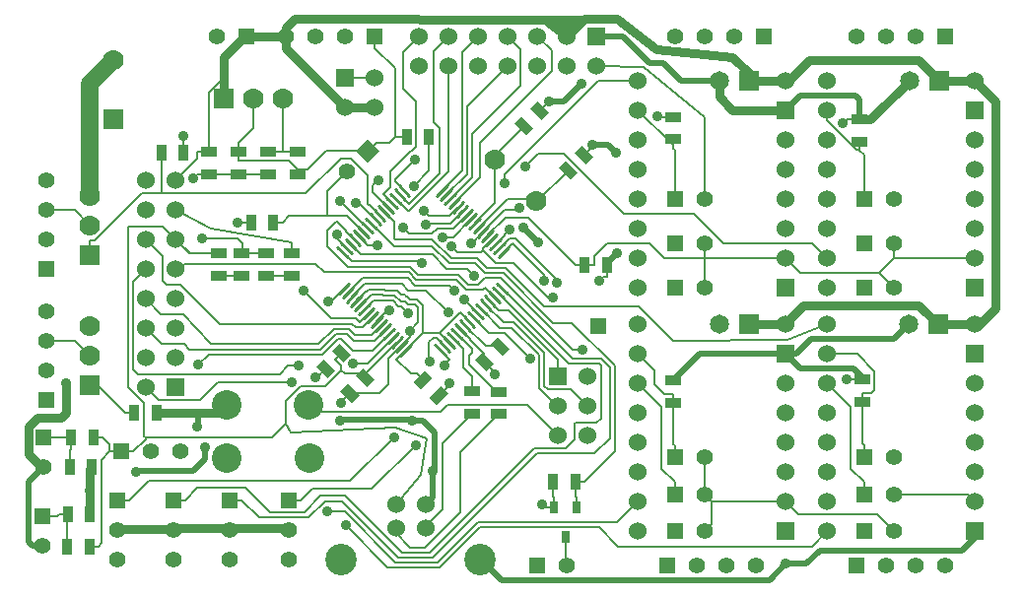
<source format=gtl>
G04 (created by PCBNEW-RS274X (2012-01-19 BZR 3256)-stable) date 5/05/2012 5:35:00 PM*
G01*
G70*
G90*
%MOIN*%
G04 Gerber Fmt 3.4, Leading zero omitted, Abs format*
%FSLAX34Y34*%
G04 APERTURE LIST*
%ADD10C,0.006000*%
%ADD11C,0.060000*%
%ADD12C,0.106300*%
%ADD13R,0.027600X0.039400*%
%ADD14C,0.070000*%
%ADD15R,0.070000X0.070000*%
%ADD16C,0.009800*%
%ADD17R,0.060000X0.060000*%
%ADD18R,0.055000X0.035000*%
%ADD19R,0.035000X0.055000*%
%ADD20R,0.055000X0.055000*%
%ADD21C,0.055000*%
%ADD22C,0.100000*%
%ADD23R,0.065000X0.065000*%
%ADD24C,0.065000*%
%ADD25C,0.035000*%
%ADD26C,0.029600*%
%ADD27C,0.008000*%
%ADD28C,0.019700*%
%ADD29C,0.029500*%
%ADD30C,0.059100*%
G04 APERTURE END LIST*
G54D10*
G54D11*
X47315Y-22855D03*
X46315Y-22855D03*
X46315Y-23642D03*
X47315Y-23642D03*
G54D12*
X49177Y-24705D03*
X44453Y-24705D03*
G54D13*
X52050Y-23950D03*
X51675Y-22950D03*
X52425Y-22950D03*
G54D14*
X35970Y-12400D03*
X35970Y-13400D03*
G54D15*
X35970Y-14400D03*
G54D14*
X35970Y-16820D03*
X35970Y-17820D03*
G54D15*
X35970Y-18820D03*
G54D10*
G36*
X48002Y-17880D02*
X47578Y-17456D01*
X47648Y-17386D01*
X48072Y-17810D01*
X48002Y-17880D01*
X48002Y-17880D01*
G37*
G54D16*
X47788Y-17317D02*
X48142Y-17671D01*
X47927Y-17177D02*
X48281Y-17531D01*
X48066Y-17038D02*
X48420Y-17392D01*
X48206Y-16899D02*
X48560Y-17253D01*
X48344Y-16760D02*
X48698Y-17114D01*
X48484Y-16621D02*
X48838Y-16975D01*
X48623Y-16481D02*
X48977Y-16835D01*
X48762Y-16342D02*
X49116Y-16696D01*
X48901Y-16203D02*
X49255Y-16557D01*
X49041Y-16064D02*
X49395Y-16418D01*
X49179Y-15925D02*
X49533Y-16279D01*
X49319Y-15786D02*
X49673Y-16140D01*
X49458Y-15646D02*
X49812Y-16000D01*
X49597Y-15507D02*
X49951Y-15861D01*
X49737Y-15368D02*
X50091Y-15722D01*
X49781Y-14496D02*
X50135Y-14142D01*
X49642Y-14357D02*
X49996Y-14003D01*
X49502Y-14218D02*
X49856Y-13864D01*
X49363Y-14078D02*
X49717Y-13724D01*
X49224Y-13939D02*
X49578Y-13585D01*
X49085Y-13801D02*
X49439Y-13447D01*
X48946Y-13661D02*
X49300Y-13307D01*
X48807Y-13522D02*
X49161Y-13168D01*
X48667Y-13383D02*
X49021Y-13029D01*
X48528Y-13243D02*
X48882Y-12889D01*
X48389Y-13104D02*
X48743Y-12750D01*
X48250Y-12965D02*
X48604Y-12611D01*
X48111Y-12826D02*
X48465Y-12472D01*
X47972Y-12687D02*
X48326Y-12333D01*
X47832Y-12548D02*
X48186Y-12194D01*
X47693Y-12408D02*
X48047Y-12054D01*
X46423Y-12054D02*
X46777Y-12408D01*
X46284Y-12194D02*
X46638Y-12548D01*
X46144Y-12333D02*
X46498Y-12687D01*
X46005Y-12472D02*
X46359Y-12826D01*
X45866Y-12611D02*
X46220Y-12965D01*
X45727Y-12750D02*
X46081Y-13104D01*
X45588Y-12889D02*
X45942Y-13243D01*
X45449Y-13029D02*
X45803Y-13383D01*
X45309Y-13168D02*
X45663Y-13522D01*
X45170Y-13307D02*
X45524Y-13661D01*
X45031Y-13447D02*
X45385Y-13801D01*
X44892Y-13585D02*
X45246Y-13939D01*
X44753Y-13724D02*
X45107Y-14078D01*
X44614Y-13864D02*
X44968Y-14218D01*
X44474Y-14003D02*
X44828Y-14357D01*
X44335Y-14142D02*
X44689Y-14496D01*
X44379Y-15722D02*
X44733Y-15368D01*
X44519Y-15861D02*
X44873Y-15507D01*
X44797Y-16140D02*
X45151Y-15786D01*
X44653Y-16005D02*
X45007Y-15651D01*
X44937Y-16279D02*
X45291Y-15925D01*
X45075Y-16418D02*
X45429Y-16064D01*
X45215Y-16557D02*
X45569Y-16203D01*
X45354Y-16696D02*
X45708Y-16342D01*
X45493Y-16835D02*
X45847Y-16481D01*
X45632Y-16975D02*
X45986Y-16621D01*
X45770Y-17112D02*
X46124Y-16758D01*
X45909Y-17251D02*
X46263Y-16897D01*
X46048Y-17390D02*
X46402Y-17036D01*
X46188Y-17530D02*
X46542Y-17176D01*
X46326Y-17668D02*
X46680Y-17314D01*
X46465Y-17808D02*
X46819Y-17454D01*
G54D14*
X42500Y-09100D03*
X41500Y-09100D03*
G54D15*
X40500Y-09100D03*
G54D17*
X59500Y-15500D03*
G54D11*
X59500Y-14500D03*
X59500Y-13500D03*
X59500Y-12500D03*
X59500Y-11500D03*
X59500Y-10500D03*
G54D17*
X59500Y-09500D03*
G54D11*
X59500Y-08500D03*
X54500Y-08500D03*
X54500Y-09500D03*
X54500Y-10500D03*
X54500Y-11500D03*
X54500Y-12500D03*
X54500Y-13500D03*
X54500Y-14500D03*
X54500Y-15500D03*
G54D17*
X65900Y-15500D03*
G54D11*
X65900Y-14500D03*
X65900Y-13500D03*
X65900Y-12500D03*
X65900Y-11500D03*
X65900Y-10500D03*
G54D17*
X65900Y-09500D03*
G54D11*
X65900Y-08500D03*
X60900Y-08500D03*
X60900Y-09500D03*
X60900Y-10500D03*
X60900Y-11500D03*
X60900Y-12500D03*
X60900Y-13500D03*
X60900Y-14500D03*
X60900Y-15500D03*
G54D17*
X59500Y-23750D03*
G54D11*
X59500Y-22750D03*
X59500Y-21750D03*
X59500Y-20750D03*
X59500Y-19750D03*
X59500Y-18750D03*
G54D17*
X59500Y-17750D03*
G54D11*
X59500Y-16750D03*
X54500Y-16750D03*
X54500Y-17750D03*
X54500Y-18750D03*
X54500Y-19750D03*
X54500Y-20750D03*
X54500Y-21750D03*
X54500Y-22750D03*
X54500Y-23750D03*
G54D17*
X65900Y-23750D03*
G54D11*
X65900Y-22750D03*
X65900Y-21750D03*
X65900Y-20750D03*
X65900Y-19750D03*
X65900Y-18750D03*
G54D17*
X65900Y-17750D03*
G54D11*
X65900Y-16750D03*
X60900Y-16750D03*
X60900Y-17750D03*
X60900Y-18750D03*
X60900Y-19750D03*
X60900Y-20750D03*
X60900Y-21750D03*
X60900Y-22750D03*
X60900Y-23750D03*
G54D18*
X55705Y-10495D03*
X55705Y-09745D03*
X42000Y-10925D03*
X42000Y-11675D03*
X62000Y-10575D03*
X62000Y-09825D03*
X62100Y-19375D03*
X62100Y-18625D03*
G54D19*
X36080Y-20570D03*
X35330Y-20570D03*
X35950Y-24265D03*
X35200Y-24265D03*
X38390Y-10935D03*
X39140Y-10935D03*
X37465Y-19755D03*
X38215Y-19755D03*
G54D18*
X48900Y-19775D03*
X48900Y-19025D03*
X49800Y-19785D03*
X49800Y-19035D03*
G54D19*
X46680Y-10410D03*
X47430Y-10410D03*
X41425Y-13300D03*
X42175Y-13300D03*
X52385Y-22090D03*
X51635Y-22090D03*
G54D18*
X41100Y-15100D03*
X41100Y-14350D03*
X41925Y-15100D03*
X41925Y-14350D03*
X43000Y-11675D03*
X43000Y-10925D03*
X55705Y-19405D03*
X55705Y-18655D03*
X40000Y-10925D03*
X40000Y-11675D03*
X41000Y-10925D03*
X41000Y-11675D03*
G54D10*
G36*
X51104Y-09197D02*
X51493Y-09586D01*
X51246Y-09833D01*
X50857Y-09444D01*
X51104Y-09197D01*
X51104Y-09197D01*
G37*
G36*
X50574Y-09727D02*
X50963Y-10116D01*
X50716Y-10363D01*
X50327Y-09974D01*
X50574Y-09727D01*
X50574Y-09727D01*
G37*
G36*
X52604Y-10697D02*
X52993Y-11086D01*
X52746Y-11333D01*
X52357Y-10944D01*
X52604Y-10697D01*
X52604Y-10697D01*
G37*
G36*
X52074Y-11227D02*
X52463Y-11616D01*
X52216Y-11863D01*
X51827Y-11474D01*
X52074Y-11227D01*
X52074Y-11227D01*
G37*
G36*
X49381Y-18343D02*
X48992Y-17954D01*
X49239Y-17707D01*
X49628Y-18096D01*
X49381Y-18343D01*
X49381Y-18343D01*
G37*
G36*
X49911Y-17813D02*
X49522Y-17424D01*
X49769Y-17177D01*
X50158Y-17566D01*
X49911Y-17813D01*
X49911Y-17813D01*
G37*
G54D19*
X52710Y-14745D03*
X53460Y-14745D03*
G54D10*
G36*
X46917Y-18706D02*
X47306Y-18317D01*
X47553Y-18564D01*
X47164Y-18953D01*
X46917Y-18706D01*
X46917Y-18706D01*
G37*
G36*
X47447Y-19236D02*
X47836Y-18847D01*
X48083Y-19094D01*
X47694Y-19483D01*
X47447Y-19236D01*
X47447Y-19236D01*
G37*
G36*
X44394Y-17407D02*
X44783Y-17796D01*
X44536Y-18043D01*
X44147Y-17654D01*
X44394Y-17407D01*
X44394Y-17407D01*
G37*
G36*
X43864Y-17937D02*
X44253Y-18326D01*
X44006Y-18573D01*
X43617Y-18184D01*
X43864Y-17937D01*
X43864Y-17937D01*
G37*
G54D19*
X35220Y-23190D03*
X35970Y-23190D03*
X35285Y-21580D03*
X36035Y-21580D03*
G54D18*
X42795Y-14355D03*
X42795Y-15105D03*
X40325Y-14350D03*
X40325Y-15100D03*
G54D20*
X64900Y-07000D03*
G54D21*
X63900Y-07000D03*
X62900Y-07000D03*
X61900Y-07000D03*
G54D20*
X55500Y-24900D03*
G54D21*
X56500Y-24900D03*
X57500Y-24900D03*
X58500Y-24900D03*
G54D20*
X58750Y-07000D03*
G54D21*
X57750Y-07000D03*
X56750Y-07000D03*
X55750Y-07000D03*
G54D20*
X61900Y-24900D03*
G54D21*
X62900Y-24900D03*
X63900Y-24900D03*
X64900Y-24900D03*
G54D20*
X34495Y-14875D03*
G54D21*
X34495Y-13875D03*
X34495Y-12875D03*
X34495Y-11875D03*
G54D20*
X34495Y-19320D03*
G54D21*
X34495Y-18320D03*
X34495Y-17320D03*
X34495Y-16320D03*
G54D20*
X45600Y-07000D03*
G54D21*
X44600Y-07000D03*
X43600Y-07000D03*
X42600Y-07000D03*
G54D20*
X36900Y-22700D03*
G54D21*
X36900Y-23700D03*
X36900Y-24700D03*
G54D20*
X42700Y-22700D03*
G54D21*
X42700Y-23700D03*
X42700Y-24700D03*
G54D20*
X40700Y-22700D03*
G54D21*
X40700Y-23700D03*
X40700Y-24700D03*
G54D20*
X38800Y-22700D03*
G54D21*
X38800Y-23700D03*
X38800Y-24700D03*
G54D20*
X37040Y-21055D03*
G54D21*
X38040Y-21055D03*
X39040Y-21055D03*
G54D20*
X62150Y-12500D03*
G54D21*
X63150Y-12500D03*
G54D20*
X34410Y-20575D03*
G54D21*
X34410Y-21575D03*
G54D20*
X41250Y-07000D03*
G54D21*
X40250Y-07000D03*
G54D10*
G36*
X45364Y-10497D02*
X45753Y-10886D01*
X45364Y-11275D01*
X44975Y-10886D01*
X45364Y-10497D01*
X45364Y-10497D01*
G37*
G54D21*
X44656Y-11594D03*
G54D20*
X51100Y-24900D03*
G54D21*
X52100Y-24900D03*
G54D20*
X34365Y-23240D03*
G54D21*
X34365Y-24240D03*
G54D20*
X55750Y-23750D03*
G54D21*
X56750Y-23750D03*
G54D20*
X62150Y-21250D03*
G54D21*
X63150Y-21250D03*
G54D20*
X55750Y-12500D03*
G54D21*
X56750Y-12500D03*
G54D20*
X55750Y-21250D03*
G54D21*
X56750Y-21250D03*
G54D20*
X62150Y-22500D03*
G54D21*
X63150Y-22500D03*
G54D20*
X62150Y-14000D03*
G54D21*
X63150Y-14000D03*
G54D20*
X55750Y-14000D03*
G54D21*
X56750Y-14000D03*
G54D20*
X55750Y-22500D03*
G54D21*
X56750Y-22500D03*
G54D20*
X62150Y-23750D03*
G54D21*
X63150Y-23750D03*
G54D20*
X62150Y-15500D03*
G54D21*
X63150Y-15500D03*
G54D20*
X55750Y-15500D03*
G54D21*
X56750Y-15500D03*
G54D20*
X53150Y-16810D03*
G54D22*
X40600Y-19480D03*
X43350Y-19480D03*
X40600Y-21280D03*
X43400Y-21280D03*
G54D17*
X38870Y-18880D03*
G54D11*
X37870Y-18880D03*
X38870Y-17880D03*
X37870Y-17880D03*
X38870Y-16880D03*
X37870Y-16880D03*
X38870Y-15880D03*
X37870Y-15880D03*
X38870Y-14880D03*
X37870Y-14880D03*
X38870Y-13880D03*
X37870Y-13880D03*
X38870Y-12880D03*
X37870Y-12880D03*
X38870Y-11880D03*
X37870Y-11880D03*
G54D17*
X53100Y-07000D03*
G54D11*
X53100Y-08000D03*
X52100Y-07000D03*
X52100Y-08000D03*
X51100Y-07000D03*
X51100Y-08000D03*
X50100Y-07000D03*
X50100Y-08000D03*
X49100Y-07000D03*
X49100Y-08000D03*
X48100Y-07000D03*
X48100Y-08000D03*
X47100Y-07000D03*
X47100Y-08000D03*
G54D17*
X51795Y-18515D03*
G54D11*
X52795Y-18515D03*
X51795Y-19515D03*
X52795Y-19515D03*
X51795Y-20515D03*
X52795Y-20515D03*
G54D17*
X44600Y-08400D03*
G54D11*
X45600Y-08400D03*
X44600Y-09400D03*
X45600Y-09400D03*
G54D14*
X51067Y-12587D03*
X49653Y-11173D03*
G54D15*
X36760Y-09820D03*
G54D14*
X36760Y-07820D03*
G54D23*
X64650Y-16750D03*
G54D24*
X63650Y-16750D03*
G54D23*
X58250Y-16750D03*
G54D24*
X57250Y-16750D03*
G54D23*
X64700Y-08500D03*
G54D24*
X63700Y-08500D03*
G54D23*
X58250Y-08500D03*
G54D24*
X57250Y-08500D03*
G54D10*
G36*
X44831Y-19398D02*
X44442Y-19009D01*
X44689Y-18762D01*
X45078Y-19151D01*
X44831Y-19398D01*
X44831Y-19398D01*
G37*
G36*
X45361Y-18868D02*
X44972Y-18479D01*
X45219Y-18232D01*
X45608Y-18621D01*
X45361Y-18868D01*
X45361Y-18868D01*
G37*
G54D25*
X44864Y-18087D03*
X42782Y-18724D03*
X39635Y-18127D03*
X46086Y-16265D03*
X43016Y-18150D03*
X43202Y-15605D03*
X45696Y-14067D03*
X44619Y-23563D03*
X52630Y-17606D03*
X51763Y-15351D03*
X46248Y-20565D03*
X46742Y-16377D03*
X50500Y-12825D03*
X50625Y-13475D03*
X51125Y-13975D03*
X39850Y-20900D03*
X37525Y-21750D03*
X39600Y-20225D03*
X51270Y-22847D03*
X48845Y-14004D03*
X48126Y-18760D03*
X49669Y-18442D03*
X55165Y-09715D03*
X61558Y-18627D03*
X53775Y-10950D03*
X61442Y-09934D03*
X46778Y-16964D03*
X53199Y-15287D03*
X47550Y-21700D03*
X35970Y-22385D03*
X40974Y-13300D03*
X51485Y-09204D03*
X39140Y-10387D03*
X53800Y-14350D03*
X52972Y-10680D03*
X43602Y-18543D03*
X44449Y-19402D03*
X39750Y-13850D03*
X39457Y-11814D03*
X46850Y-20025D03*
X52600Y-08600D03*
X44425Y-20025D03*
X35150Y-18750D03*
X59500Y-24850D03*
X44947Y-12643D03*
X50861Y-17922D03*
X48611Y-15905D03*
X45724Y-11867D03*
X47890Y-13803D03*
X46561Y-13487D03*
X47317Y-13390D03*
X47270Y-12916D03*
X46957Y-11175D03*
X50173Y-13536D03*
X48203Y-14112D03*
X51617Y-15845D03*
X46911Y-12076D03*
X48284Y-15600D03*
X47473Y-18011D03*
X49980Y-11992D03*
X48078Y-16341D03*
X47196Y-14693D03*
X47977Y-18144D03*
X44020Y-15989D03*
X43984Y-23094D03*
X48972Y-15101D03*
X44440Y-12589D03*
X50705Y-11409D03*
X44323Y-13708D03*
X51322Y-15276D03*
X46982Y-20842D03*
G54D26*
X40500Y-08400D02*
X40500Y-09100D01*
X64650Y-16750D02*
X65900Y-16750D01*
G54D27*
X40000Y-10925D02*
X39596Y-10925D01*
X38870Y-11880D02*
X39596Y-11154D01*
X39596Y-11154D02*
X39596Y-10925D01*
G54D26*
X41250Y-07000D02*
X41200Y-07000D01*
X41200Y-07000D02*
X40500Y-07700D01*
X40500Y-07700D02*
X40500Y-08400D01*
X52300Y-06800D02*
X52100Y-07000D01*
X58250Y-08500D02*
X59500Y-08500D01*
X52300Y-06434D02*
X52666Y-06434D01*
X60100Y-16100D02*
X64000Y-16100D01*
X64000Y-16100D02*
X64650Y-16750D01*
X42600Y-07000D02*
X41250Y-07000D01*
X44600Y-09400D02*
X42600Y-07400D01*
X42600Y-07400D02*
X42600Y-07000D01*
X51349Y-06434D02*
X52100Y-07000D01*
X51900Y-06434D02*
X51900Y-06800D01*
X60300Y-07800D02*
X64000Y-07800D01*
X65900Y-16750D02*
X66050Y-16750D01*
X66050Y-16750D02*
X66600Y-16200D01*
X51900Y-06434D02*
X52300Y-06434D01*
X66600Y-16200D02*
X66600Y-09200D01*
X59500Y-16750D02*
X58250Y-16750D01*
X45600Y-09400D02*
X44600Y-09400D01*
X64000Y-07800D02*
X64700Y-08500D01*
X59500Y-16750D02*
X59500Y-16700D01*
X59500Y-16700D02*
X60100Y-16100D01*
X42600Y-07000D02*
X42600Y-06700D01*
X42600Y-06700D02*
X42900Y-06400D01*
X42900Y-06400D02*
X51349Y-06434D01*
X59500Y-08500D02*
X59600Y-08500D01*
X59600Y-08500D02*
X60300Y-07800D01*
X51900Y-06800D02*
X52100Y-07000D01*
X51349Y-06434D02*
X51900Y-06434D01*
X52666Y-06434D02*
X52100Y-07000D01*
X52700Y-06400D02*
X52666Y-06434D01*
X52666Y-06434D02*
X52700Y-06400D01*
X58250Y-08500D02*
X58250Y-08250D01*
X58250Y-08250D02*
X57700Y-07700D01*
X57700Y-07700D02*
X55115Y-07456D01*
X55115Y-07456D02*
X53800Y-06400D01*
X53800Y-06400D02*
X52700Y-06400D01*
X64700Y-08500D02*
X65900Y-08500D01*
X66600Y-09200D02*
X65900Y-08500D01*
X52100Y-07000D02*
X52100Y-06600D01*
X52300Y-06434D02*
X52300Y-06800D01*
G54D27*
X42795Y-14355D02*
X42800Y-13975D01*
X38870Y-12880D02*
X40075Y-13500D01*
X40075Y-13500D02*
X42800Y-13975D01*
X40500Y-08400D02*
X40000Y-08900D01*
X40000Y-08900D02*
X40000Y-10925D01*
X37792Y-20531D02*
X37791Y-20531D01*
X37848Y-20651D02*
X37848Y-20587D01*
X36636Y-21055D02*
X36636Y-20822D01*
X36080Y-20570D02*
X36384Y-20570D01*
X39340Y-14350D02*
X38870Y-13880D01*
X40325Y-14350D02*
X39340Y-14350D01*
X42607Y-20108D02*
X42128Y-20587D01*
X36636Y-20822D02*
X36384Y-20570D01*
X47222Y-16104D02*
X47222Y-17051D01*
X37444Y-21055D02*
X37848Y-20651D01*
X37272Y-13446D02*
X38436Y-13446D01*
X37791Y-19409D02*
X37250Y-18868D01*
X56750Y-14500D02*
X59500Y-14500D01*
X38436Y-13446D02*
X38870Y-13880D01*
X62650Y-14999D02*
X63149Y-14500D01*
X63149Y-14500D02*
X63150Y-14500D01*
X45949Y-15601D02*
X46345Y-15601D01*
X37791Y-20531D02*
X37791Y-19409D01*
X47150Y-21850D02*
X46315Y-22855D01*
X63150Y-14500D02*
X65900Y-14500D01*
X41000Y-10925D02*
X41000Y-11229D01*
X41500Y-10121D02*
X41000Y-10621D01*
X41000Y-10925D02*
X41000Y-10621D01*
X42775Y-20400D02*
X46300Y-20250D01*
X37250Y-13468D02*
X37272Y-13446D01*
X63150Y-14500D02*
X63150Y-14000D01*
X42607Y-19331D02*
X42607Y-20108D01*
X40275Y-14350D02*
X39345Y-14355D01*
X42128Y-20587D02*
X37848Y-20587D01*
X47350Y-20600D02*
X47150Y-21850D01*
X46300Y-20250D02*
X47350Y-20600D01*
X45932Y-15584D02*
X45949Y-15601D01*
X47222Y-17051D02*
X46642Y-17631D01*
X37040Y-21055D02*
X37444Y-21055D01*
X39345Y-14355D02*
X38870Y-13880D01*
X50017Y-13146D02*
X49401Y-13762D01*
X48800Y-16658D02*
X48497Y-16355D01*
X45278Y-15659D02*
X45278Y-15660D01*
X46504Y-15760D02*
X46632Y-15760D01*
X46345Y-15601D02*
X46504Y-15760D01*
X47801Y-17051D02*
X47222Y-17051D01*
X48104Y-17354D02*
X47801Y-17051D01*
X48497Y-16355D02*
X47801Y-17051D01*
X46632Y-15760D02*
X46677Y-15805D01*
X46708Y-15805D02*
X46806Y-15903D01*
X45334Y-15660D02*
X45410Y-15584D01*
X45410Y-15584D02*
X45932Y-15584D01*
X52710Y-14745D02*
X52406Y-14745D01*
X56750Y-14000D02*
X56750Y-14500D01*
X46677Y-15805D02*
X46708Y-15805D01*
X45278Y-15660D02*
X45334Y-15660D01*
X54900Y-14000D02*
X53455Y-14000D01*
X56750Y-14500D02*
X55400Y-14500D01*
X37250Y-18868D02*
X37250Y-13468D01*
X42607Y-20108D02*
X42775Y-20400D01*
X56750Y-14500D02*
X56750Y-15500D01*
X53014Y-14441D02*
X53014Y-14745D01*
X37848Y-20587D02*
X37792Y-20531D01*
X50807Y-13146D02*
X50017Y-13146D01*
X52406Y-14745D02*
X50807Y-13146D01*
X52710Y-14745D02*
X53014Y-14745D01*
X46281Y-10410D02*
X46376Y-10410D01*
X46090Y-10601D02*
X46281Y-10410D01*
X46799Y-18394D02*
X46339Y-17934D01*
X46806Y-15903D02*
X47021Y-15903D01*
X46281Y-10410D02*
X46281Y-08085D01*
X56750Y-22500D02*
X56750Y-21250D01*
X53455Y-14000D02*
X53014Y-14441D01*
X55400Y-14500D02*
X54900Y-14000D01*
X47021Y-15903D02*
X47222Y-16104D01*
X44251Y-17939D02*
X44465Y-18154D01*
X45649Y-10601D02*
X46090Y-10601D01*
X46281Y-08085D02*
X45600Y-07404D01*
X45600Y-07000D02*
X45600Y-07404D01*
X36356Y-24163D02*
X36356Y-21335D01*
X37040Y-21055D02*
X36636Y-21055D01*
X35950Y-24265D02*
X36254Y-24265D01*
X43000Y-11675D02*
X43000Y-11523D01*
X62650Y-14999D02*
X59999Y-14999D01*
X44465Y-18298D02*
X43913Y-18850D01*
X43088Y-18850D02*
X42607Y-19331D01*
X44581Y-18414D02*
X45304Y-18414D01*
X36356Y-21335D02*
X36636Y-21055D01*
X44465Y-18298D02*
X44581Y-18414D01*
X57000Y-22750D02*
X56750Y-22500D01*
X43913Y-18850D02*
X43088Y-18850D01*
X43316Y-11523D02*
X43953Y-10886D01*
X63150Y-22500D02*
X65650Y-22500D01*
X45364Y-10886D02*
X45649Y-10601D01*
X43000Y-11523D02*
X43316Y-11523D01*
X41000Y-11229D02*
X42706Y-11229D01*
X45290Y-18428D02*
X45304Y-18414D01*
X65650Y-22500D02*
X65900Y-22750D01*
X46680Y-10410D02*
X46376Y-10410D01*
X44465Y-17725D02*
X44251Y-17939D01*
X43953Y-10886D02*
X45364Y-10886D01*
X63150Y-23750D02*
X62579Y-23179D01*
X44465Y-18154D02*
X44465Y-18298D01*
X45290Y-18550D02*
X45290Y-18428D01*
X44974Y-15963D02*
X45278Y-15659D01*
X42706Y-11229D02*
X43000Y-11523D01*
X41500Y-09100D02*
X41500Y-10121D01*
X57000Y-23500D02*
X56750Y-23750D01*
X57000Y-22750D02*
X57000Y-23500D01*
X59500Y-22750D02*
X57000Y-22750D01*
X45304Y-18414D02*
X46039Y-17679D01*
X46800Y-18394D02*
X46799Y-18394D01*
X63150Y-15500D02*
X62650Y-15000D01*
X59999Y-14999D02*
X59500Y-14500D01*
X46827Y-18421D02*
X46800Y-18394D01*
X47020Y-18421D02*
X46827Y-18421D01*
X59929Y-23179D02*
X59500Y-22750D01*
X47021Y-18420D02*
X47020Y-18421D01*
X46642Y-17631D02*
X46339Y-17934D01*
X47235Y-18635D02*
X47021Y-18420D01*
X56750Y-12500D02*
X56750Y-09744D01*
X56750Y-09744D02*
X54702Y-08047D01*
X54702Y-08047D02*
X53100Y-08000D01*
X46039Y-17679D02*
X46365Y-17353D01*
X36254Y-24265D02*
X36356Y-24163D01*
X62650Y-15000D02*
X62650Y-14999D01*
X62579Y-23179D02*
X59929Y-23179D01*
X37870Y-18880D02*
X38300Y-19310D01*
X38300Y-19310D02*
X39704Y-19310D01*
X39704Y-19310D02*
X40290Y-18724D01*
X40290Y-18724D02*
X42782Y-18724D01*
X45351Y-18087D02*
X45921Y-17517D01*
X44864Y-18087D02*
X45351Y-18087D01*
X46225Y-17213D02*
X45921Y-17517D01*
X45515Y-17645D02*
X46086Y-17074D01*
X44854Y-17645D02*
X45515Y-17645D01*
X44449Y-17240D02*
X44854Y-17645D01*
X43820Y-17778D02*
X44358Y-17240D01*
X44358Y-17240D02*
X44449Y-17240D01*
X39984Y-17778D02*
X43820Y-17778D01*
X39635Y-18127D02*
X39984Y-17778D01*
X45579Y-17303D02*
X44898Y-17303D01*
X45947Y-16935D02*
X45579Y-17303D01*
X44287Y-17071D02*
X43749Y-17609D01*
X39147Y-17417D02*
X38407Y-17417D01*
X39339Y-17609D02*
X39147Y-17417D01*
X43749Y-17609D02*
X39339Y-17609D01*
X38407Y-17417D02*
X37870Y-16880D01*
X44666Y-17071D02*
X44287Y-17071D01*
X44898Y-17303D02*
X44666Y-17071D01*
X44936Y-17101D02*
X44737Y-16902D01*
X45506Y-17101D02*
X44936Y-17101D01*
X45809Y-16798D02*
X45506Y-17101D01*
X38375Y-16427D02*
X37870Y-15880D01*
X39125Y-16425D02*
X38375Y-16427D01*
X40068Y-17419D02*
X39125Y-16425D01*
X43699Y-17419D02*
X40068Y-17419D01*
X44216Y-16902D02*
X43699Y-17419D01*
X44737Y-16902D02*
X44216Y-16902D01*
X37870Y-14880D02*
X37438Y-15312D01*
X46063Y-16265D02*
X46086Y-16265D01*
X37591Y-18441D02*
X42384Y-18441D01*
X37438Y-18288D02*
X37591Y-18441D01*
X42384Y-18441D02*
X42675Y-18150D01*
X37438Y-15312D02*
X37438Y-18288D01*
X42675Y-18150D02*
X43016Y-18150D01*
X45670Y-16658D02*
X45973Y-16355D01*
X45973Y-16355D02*
X46063Y-16265D01*
X40362Y-16732D02*
X44828Y-16732D01*
X38436Y-15288D02*
X38558Y-15410D01*
X38558Y-15410D02*
X39040Y-15410D01*
X37870Y-13880D02*
X38436Y-14446D01*
X38436Y-14446D02*
X38436Y-15288D01*
X39040Y-15410D02*
X40362Y-16732D01*
X44952Y-16856D02*
X45194Y-16856D01*
X45194Y-16856D02*
X45531Y-16519D01*
X44828Y-16732D02*
X44952Y-16856D01*
X44143Y-16546D02*
X44949Y-16546D01*
X43202Y-15605D02*
X44143Y-16546D01*
X35330Y-20570D02*
X35026Y-20570D01*
X45392Y-16380D02*
X45088Y-16684D01*
X35330Y-20570D02*
X35330Y-20974D01*
X35285Y-21580D02*
X35285Y-21019D01*
X44949Y-16546D02*
X45088Y-16684D01*
X34410Y-20575D02*
X35021Y-20575D01*
X35021Y-20575D02*
X35026Y-20570D01*
X35285Y-21019D02*
X35330Y-20974D01*
X60385Y-24265D02*
X60900Y-23750D01*
X53836Y-24265D02*
X60385Y-24265D01*
X47809Y-24986D02*
X49172Y-23623D01*
X49172Y-23623D02*
X53194Y-23623D01*
X45374Y-14067D02*
X45069Y-13762D01*
X46042Y-24986D02*
X47809Y-24986D01*
X53194Y-23623D02*
X53836Y-24265D01*
X44619Y-23563D02*
X46042Y-24986D01*
X45696Y-14067D02*
X45374Y-14067D01*
X50016Y-14845D02*
X49387Y-14845D01*
X46278Y-13874D02*
X46256Y-13852D01*
X46256Y-13852D02*
X46256Y-13279D01*
X59562Y-17281D02*
X55703Y-17311D01*
X60900Y-16750D02*
X59562Y-17281D01*
X55703Y-17311D02*
X54542Y-16150D01*
X51321Y-16150D02*
X50016Y-14845D01*
X49068Y-14526D02*
X48182Y-14526D01*
X49387Y-14845D02*
X49068Y-14526D01*
X48182Y-14526D02*
X47530Y-13874D01*
X47530Y-13874D02*
X46278Y-13874D01*
X54542Y-16150D02*
X51321Y-16150D01*
X46256Y-13279D02*
X45904Y-12927D01*
X44333Y-13280D02*
X44627Y-13574D01*
X44004Y-13578D02*
X44302Y-13280D01*
X52630Y-17606D02*
X52298Y-17606D01*
X48421Y-15066D02*
X47070Y-15066D01*
X49099Y-15409D02*
X48764Y-15409D01*
X44930Y-13901D02*
X44627Y-13598D01*
X44627Y-13574D02*
X44627Y-13598D01*
X52298Y-17606D02*
X49875Y-15183D01*
X44302Y-13280D02*
X44333Y-13280D01*
X46801Y-14797D02*
X44678Y-14797D01*
X49325Y-15183D02*
X49099Y-15409D01*
X49875Y-15183D02*
X49325Y-15183D01*
X47070Y-15066D02*
X46801Y-14797D01*
X48764Y-15409D02*
X48421Y-15066D01*
X44004Y-14123D02*
X44004Y-13578D01*
X44678Y-14797D02*
X44004Y-14123D01*
X50346Y-13840D02*
X51763Y-15257D01*
X49819Y-14180D02*
X50122Y-13877D01*
X44770Y-22043D02*
X46248Y-20565D01*
X51763Y-15257D02*
X51763Y-15351D01*
X50159Y-13840D02*
X50346Y-13840D01*
X37961Y-22043D02*
X44770Y-22043D01*
X50122Y-13877D02*
X50159Y-13840D01*
X36900Y-22700D02*
X37304Y-22700D01*
X37304Y-22700D02*
X37961Y-22043D01*
X35068Y-23190D02*
X34916Y-23190D01*
X45556Y-15937D02*
X45563Y-15945D01*
X35068Y-23190D02*
X35200Y-23322D01*
X45848Y-15945D02*
X45863Y-15960D01*
X35200Y-23322D02*
X35200Y-24265D01*
X45563Y-15945D02*
X45848Y-15945D01*
X34866Y-23240D02*
X34916Y-23190D01*
X46508Y-16143D02*
X46742Y-16377D01*
X46224Y-15960D02*
X46407Y-16143D01*
X34365Y-23240D02*
X34866Y-23240D01*
X45863Y-15960D02*
X46224Y-15960D01*
X46407Y-16143D02*
X46508Y-16143D01*
X45252Y-16241D02*
X45556Y-15937D01*
X35220Y-23190D02*
X35068Y-23190D01*
X46999Y-15235D02*
X48349Y-15235D01*
X38995Y-14880D02*
X39150Y-14725D01*
X48693Y-15579D02*
X49273Y-15579D01*
X49273Y-15579D02*
X49332Y-15520D01*
X43600Y-14725D02*
X43904Y-14994D01*
X43904Y-14994D02*
X46758Y-14994D01*
X48349Y-15235D02*
X48693Y-15579D01*
X49635Y-15823D02*
X49332Y-15520D01*
X46758Y-14994D02*
X46999Y-15235D01*
X39150Y-14725D02*
X43600Y-14725D01*
X38870Y-14880D02*
X38995Y-14880D01*
X50000Y-12875D02*
X50450Y-12875D01*
X50450Y-12875D02*
X50500Y-12825D01*
G54D28*
X50625Y-13475D02*
X51125Y-13975D01*
G54D27*
X49262Y-13624D02*
X49262Y-13613D01*
X45114Y-16102D02*
X45137Y-16102D01*
G54D28*
X39625Y-20200D02*
X39625Y-19755D01*
G54D27*
X46050Y-18775D02*
X45745Y-19080D01*
X49262Y-13613D02*
X50000Y-12875D01*
X46503Y-17491D02*
X46484Y-17491D01*
X45745Y-19080D02*
X44760Y-19080D01*
X46050Y-17925D02*
X46050Y-18775D01*
X46484Y-17491D02*
X46050Y-17925D01*
X37525Y-21750D02*
X37550Y-21725D01*
G54D28*
X37550Y-21725D02*
X39450Y-21725D01*
X39450Y-21725D02*
X39850Y-21325D01*
X39850Y-20900D02*
X39850Y-21325D01*
G54D27*
X61558Y-18627D02*
X61694Y-18627D01*
X46806Y-17188D02*
X46778Y-17160D01*
X47765Y-19165D02*
X48051Y-18879D01*
X40000Y-11675D02*
X41000Y-11675D01*
X52889Y-10763D02*
X52972Y-10680D01*
X49669Y-18442D02*
X49595Y-18368D01*
X49595Y-18368D02*
X49595Y-18311D01*
X46778Y-17160D02*
X46778Y-16964D01*
G54D28*
X34365Y-24240D02*
X34040Y-24240D01*
G54D27*
X39600Y-20225D02*
X39625Y-20200D01*
X52889Y-10800D02*
X52889Y-10763D01*
X55705Y-09745D02*
X55301Y-09745D01*
X51675Y-22624D02*
X51635Y-22584D01*
X41425Y-13300D02*
X41121Y-13300D01*
X62000Y-09825D02*
X61596Y-09825D01*
X61442Y-09934D02*
X61487Y-09934D01*
X46503Y-17491D02*
X46806Y-17188D01*
G54D28*
X62000Y-09150D02*
X61850Y-09000D01*
X62100Y-18550D02*
X61800Y-18250D01*
G54D29*
X62375Y-09825D02*
X63700Y-08500D01*
G54D28*
X59500Y-17750D02*
X59850Y-17750D01*
X33900Y-24100D02*
X33900Y-22085D01*
X62100Y-18625D02*
X62100Y-18550D01*
G54D27*
X52890Y-10800D02*
X52675Y-11015D01*
G54D28*
X53505Y-10680D02*
X52972Y-10680D01*
X53775Y-10950D02*
X53505Y-10680D01*
X60000Y-18250D02*
X59500Y-17750D01*
X61800Y-18250D02*
X60000Y-18250D01*
G54D27*
X53337Y-15149D02*
X53460Y-15149D01*
G54D28*
X59500Y-17750D02*
X56610Y-17750D01*
X56610Y-17750D02*
X55705Y-18655D01*
G54D27*
X48050Y-18836D02*
X48050Y-18879D01*
G54D29*
X57700Y-09500D02*
X57250Y-09050D01*
X57250Y-09050D02*
X57250Y-08500D01*
X59500Y-09500D02*
X57700Y-09500D01*
G54D27*
X49310Y-18025D02*
X49310Y-17749D01*
X49310Y-18025D02*
X49596Y-18310D01*
G54D29*
X62000Y-09825D02*
X62375Y-09825D01*
G54D28*
X33900Y-22085D02*
X34410Y-21575D01*
G54D29*
X38215Y-19755D02*
X39625Y-19755D01*
X39625Y-19755D02*
X40325Y-19755D01*
G54D27*
X48050Y-18879D02*
X48051Y-18879D01*
X48845Y-14004D02*
X48882Y-14004D01*
X53199Y-15287D02*
X53337Y-15149D01*
X45137Y-16102D02*
X45486Y-15753D01*
X47053Y-16689D02*
X46778Y-16964D01*
X55165Y-09715D02*
X55271Y-09715D01*
X38215Y-19755D02*
X38519Y-19755D01*
X38538Y-19774D02*
X38519Y-19755D01*
X38660Y-19774D02*
X38538Y-19774D01*
X48882Y-14004D02*
X49262Y-13624D01*
X61487Y-09934D02*
X61596Y-09825D01*
X49595Y-18311D02*
X49596Y-18310D01*
X46951Y-16072D02*
X47053Y-16174D01*
X46735Y-16072D02*
X46951Y-16072D01*
X46637Y-15974D02*
X46735Y-16072D01*
X46478Y-15974D02*
X46637Y-15974D01*
X46274Y-15770D02*
X46478Y-15974D01*
X45878Y-15770D02*
X46274Y-15770D01*
X45861Y-15753D02*
X45878Y-15770D01*
X45486Y-15753D02*
X45861Y-15753D01*
X49310Y-17749D02*
X48825Y-17264D01*
X61694Y-18627D02*
X61696Y-18625D01*
X51675Y-22950D02*
X51675Y-22624D01*
G54D26*
X35970Y-23190D02*
X35970Y-22385D01*
X35970Y-21645D02*
X36035Y-21580D01*
G54D27*
X51675Y-22950D02*
X51408Y-22950D01*
X51305Y-22847D02*
X51408Y-22950D01*
X51270Y-22847D02*
X51305Y-22847D01*
X48521Y-16937D02*
X48826Y-17241D01*
X48825Y-17242D02*
X48826Y-17241D01*
X48825Y-17264D02*
X48825Y-17242D01*
X62100Y-18625D02*
X61696Y-18625D01*
X42000Y-11675D02*
X41000Y-11675D01*
X47053Y-16174D02*
X47053Y-16689D01*
X48126Y-18760D02*
X48050Y-18836D01*
X41925Y-14350D02*
X41100Y-14350D01*
X51485Y-09204D02*
X51389Y-09300D01*
G54D26*
X35970Y-22385D02*
X35970Y-21645D01*
G54D27*
X53460Y-14745D02*
X53460Y-15149D01*
X55271Y-09715D02*
X55301Y-09745D01*
X39140Y-10935D02*
X39140Y-10387D01*
X51389Y-09300D02*
X51390Y-09300D01*
X41121Y-13300D02*
X40974Y-13300D01*
X51635Y-22584D02*
X51635Y-22090D01*
G54D28*
X53460Y-14690D02*
X53800Y-14350D01*
X53460Y-14745D02*
X53460Y-14690D01*
G54D27*
X52890Y-10800D02*
X52889Y-10800D01*
G54D28*
X51485Y-09204D02*
X51996Y-09204D01*
G54D27*
X40000Y-11675D02*
X39596Y-11675D01*
X51390Y-09300D02*
X51175Y-09515D01*
X43647Y-18543D02*
X43935Y-18255D01*
G54D29*
X40325Y-19755D02*
X40600Y-19480D01*
G54D27*
X41100Y-14350D02*
X41125Y-14325D01*
G54D28*
X51996Y-09204D02*
X52600Y-08600D01*
G54D27*
X44546Y-19305D02*
X44546Y-19295D01*
X44449Y-19402D02*
X44546Y-19305D01*
X44546Y-19295D02*
X44546Y-19294D01*
X44760Y-19080D02*
X44546Y-19294D01*
X43602Y-18543D02*
X43647Y-18543D01*
X41125Y-14325D02*
X41125Y-14025D01*
G54D28*
X44475Y-19975D02*
X46800Y-19975D01*
G54D27*
X41125Y-14025D02*
X40950Y-13850D01*
X40950Y-13850D02*
X39750Y-13850D01*
G54D28*
X61850Y-09000D02*
X60000Y-09000D01*
X59850Y-17750D02*
X60350Y-17250D01*
X49900Y-25400D02*
X58950Y-25400D01*
G54D27*
X39596Y-11675D02*
X39457Y-11814D01*
G54D29*
X33900Y-21150D02*
X33900Y-20200D01*
G54D28*
X46800Y-19975D02*
X46850Y-20025D01*
X44425Y-20025D02*
X44475Y-19975D01*
G54D29*
X34410Y-21575D02*
X34325Y-21575D01*
X35150Y-19750D02*
X35150Y-18750D01*
X35000Y-19900D02*
X35150Y-19750D01*
X34200Y-19900D02*
X35000Y-19900D01*
X33900Y-20200D02*
X34200Y-19900D01*
X34325Y-21575D02*
X33900Y-21150D01*
G54D30*
X35970Y-12400D02*
X35970Y-08610D01*
X35970Y-08610D02*
X36760Y-07820D01*
G54D28*
X53100Y-07000D02*
X54000Y-07000D01*
X65475Y-24400D02*
X60650Y-24400D01*
X55350Y-07900D02*
X55950Y-08500D01*
X54900Y-07900D02*
X55350Y-07900D01*
X54000Y-07000D02*
X54900Y-07900D01*
X62000Y-09825D02*
X62000Y-09150D01*
X60000Y-09000D02*
X59500Y-09500D01*
X65900Y-23750D02*
X65900Y-23975D01*
X49205Y-24705D02*
X49900Y-25400D01*
X34040Y-24240D02*
X33900Y-24100D01*
X58950Y-25400D02*
X59500Y-24850D01*
X47625Y-20425D02*
X47625Y-21625D01*
X47625Y-21625D02*
X47550Y-21700D01*
X55950Y-08500D02*
X57250Y-08500D01*
X65900Y-23975D02*
X65475Y-24400D01*
X47550Y-21700D02*
X47550Y-22620D01*
X47225Y-20025D02*
X47625Y-20425D01*
X63150Y-17250D02*
X63650Y-16750D01*
X60350Y-17250D02*
X63150Y-17250D01*
X46850Y-20025D02*
X47225Y-20025D01*
X47550Y-22620D02*
X47315Y-22855D01*
X49205Y-24705D02*
X49177Y-24705D01*
X60200Y-24850D02*
X59500Y-24850D01*
X60650Y-24400D02*
X60200Y-24850D01*
G54D27*
X37739Y-12310D02*
X36128Y-13921D01*
X44445Y-11137D02*
X44793Y-11137D01*
X45371Y-11715D02*
X45371Y-12672D01*
X38390Y-12310D02*
X37739Y-12310D01*
X38390Y-12309D02*
X43273Y-12309D01*
X44793Y-11137D02*
X45371Y-11715D01*
X45371Y-12672D02*
X45462Y-12763D01*
X35970Y-14400D02*
X35970Y-13921D01*
X38390Y-12309D02*
X38390Y-12310D01*
X45765Y-13066D02*
X45462Y-12763D01*
X36128Y-13921D02*
X35970Y-13921D01*
X38390Y-10935D02*
X38390Y-12309D01*
X43273Y-12309D02*
X44445Y-11137D01*
X45626Y-13206D02*
X45063Y-12643D01*
X37161Y-19755D02*
X37161Y-19752D01*
X45063Y-12643D02*
X44947Y-12643D01*
X35970Y-18820D02*
X36210Y-18820D01*
X36229Y-18820D02*
X36210Y-18820D01*
X37161Y-19752D02*
X36229Y-18820D01*
X37465Y-19755D02*
X37161Y-19755D01*
X51795Y-18515D02*
X51795Y-18086D01*
X49496Y-15963D02*
X49799Y-16266D01*
X50116Y-16266D02*
X49799Y-16266D01*
X51795Y-17945D02*
X50116Y-16266D01*
X51795Y-18086D02*
X51795Y-17945D01*
X51450Y-18954D02*
X51334Y-18838D01*
X52234Y-18954D02*
X51450Y-18954D01*
X52795Y-19515D02*
X52234Y-18954D01*
X51334Y-18838D02*
X51334Y-17724D01*
X50306Y-16696D02*
X49950Y-16696D01*
X51334Y-17724D02*
X50306Y-16696D01*
X49950Y-16696D02*
X49356Y-16102D01*
G54D26*
X38850Y-23650D02*
X40700Y-23650D01*
X42650Y-23650D02*
X42700Y-23700D01*
X36930Y-23670D02*
X38695Y-23670D01*
G54D27*
X40700Y-23700D02*
X40700Y-23650D01*
G54D26*
X38715Y-23650D02*
X38850Y-23650D01*
G54D27*
X38850Y-23650D02*
X38800Y-23700D01*
G54D26*
X40700Y-23650D02*
X42650Y-23650D01*
G54D27*
X36930Y-23670D02*
X36900Y-23700D01*
G54D26*
X36850Y-23670D02*
X36930Y-23670D01*
X38695Y-23670D02*
X38715Y-23650D01*
G54D27*
X35445Y-12875D02*
X35970Y-13400D01*
X34495Y-12875D02*
X35445Y-12875D01*
X35470Y-17320D02*
X35970Y-17820D01*
X34495Y-17320D02*
X35470Y-17320D01*
X55750Y-22500D02*
X55750Y-22096D01*
X55750Y-22096D02*
X55300Y-21646D01*
X55300Y-21646D02*
X55300Y-19550D01*
X55300Y-19550D02*
X54500Y-18750D01*
X62150Y-22096D02*
X61695Y-21641D01*
X61695Y-19545D02*
X60900Y-18750D01*
X62150Y-22500D02*
X62150Y-22096D01*
X61695Y-21641D02*
X61695Y-19545D01*
X49358Y-17495D02*
X48661Y-16798D01*
X49840Y-17495D02*
X49358Y-17495D01*
X45600Y-08400D02*
X44600Y-08400D01*
X43000Y-10925D02*
X42500Y-10925D01*
X42500Y-10925D02*
X42000Y-10925D01*
X42500Y-10925D02*
X42500Y-09100D01*
X52050Y-24850D02*
X52050Y-23950D01*
X52100Y-24900D02*
X52050Y-24850D01*
X49800Y-19035D02*
X49735Y-19035D01*
X49735Y-19035D02*
X48800Y-18100D01*
X48800Y-17800D02*
X48900Y-17700D01*
X48900Y-17700D02*
X48900Y-17593D01*
X48900Y-17593D02*
X48383Y-17076D01*
X48800Y-18100D02*
X48800Y-17800D01*
X48500Y-21085D02*
X49800Y-19785D01*
X47300Y-24300D02*
X48500Y-23100D01*
X48500Y-23100D02*
X48500Y-21085D01*
X46315Y-23642D02*
X46315Y-23815D01*
X46315Y-23815D02*
X46800Y-24300D01*
X46800Y-24300D02*
X47300Y-24300D01*
X48600Y-17572D02*
X48243Y-17215D01*
X48900Y-19025D02*
X48900Y-18500D01*
X48600Y-18200D02*
X48600Y-17572D01*
X48900Y-18500D02*
X48600Y-18200D01*
X47900Y-20775D02*
X48900Y-19775D01*
X47900Y-23000D02*
X47900Y-20775D01*
X47315Y-23585D02*
X47900Y-23000D01*
X47315Y-23642D02*
X47315Y-23585D01*
X48984Y-13316D02*
X49653Y-12647D01*
X48984Y-13345D02*
X48984Y-13316D01*
X49653Y-12647D02*
X49653Y-11173D01*
X49653Y-11173D02*
X49653Y-11037D01*
X49653Y-11037D02*
X50645Y-10045D01*
X51067Y-12587D02*
X51103Y-12587D01*
X51103Y-12587D02*
X52145Y-11545D01*
X50107Y-12500D02*
X49123Y-13484D01*
X50987Y-12587D02*
X50900Y-12500D01*
X50900Y-12500D02*
X50107Y-12500D01*
X51067Y-12587D02*
X50987Y-12587D01*
X50861Y-17922D02*
X49980Y-17041D01*
X49980Y-17041D02*
X49461Y-17041D01*
X49461Y-17041D02*
X48939Y-16519D01*
X41925Y-15100D02*
X42790Y-15100D01*
X42790Y-15100D02*
X42795Y-15105D01*
X44905Y-13320D02*
X44904Y-13321D01*
X42175Y-13300D02*
X42479Y-13300D01*
X45208Y-13624D02*
X44905Y-13320D01*
X44010Y-12240D02*
X44010Y-13072D01*
X44489Y-13072D02*
X44010Y-13072D01*
X44511Y-13094D02*
X44489Y-13072D01*
X44656Y-13094D02*
X44511Y-13094D01*
X44883Y-13321D02*
X44656Y-13094D01*
X44904Y-13321D02*
X44883Y-13321D01*
X42707Y-13072D02*
X42479Y-13300D01*
X44010Y-13072D02*
X42707Y-13072D01*
X44656Y-11594D02*
X44010Y-12240D01*
X40325Y-15100D02*
X41100Y-15100D01*
X55705Y-10647D02*
X55705Y-10799D01*
X55647Y-10647D02*
X55705Y-10647D01*
X54500Y-09500D02*
X55647Y-10647D01*
X55750Y-10844D02*
X55705Y-10799D01*
X55705Y-10495D02*
X55705Y-10647D01*
X55750Y-12500D02*
X55750Y-10844D01*
X55750Y-21250D02*
X55750Y-20846D01*
X55705Y-19405D02*
X55705Y-20801D01*
X55071Y-18321D02*
X54500Y-17750D01*
X55705Y-20801D02*
X55750Y-20846D01*
X55705Y-19101D02*
X55401Y-19101D01*
X55705Y-19405D02*
X55705Y-19101D01*
X55071Y-18771D02*
X55071Y-18321D01*
X55401Y-19101D02*
X55071Y-18771D01*
X62150Y-11029D02*
X62000Y-10879D01*
X62000Y-10840D02*
X61907Y-10840D01*
X61907Y-10840D02*
X60900Y-09833D01*
X60900Y-09833D02*
X60900Y-09500D01*
X62000Y-10840D02*
X62000Y-10879D01*
X62000Y-10575D02*
X62000Y-10840D01*
X62150Y-12500D02*
X62150Y-11029D01*
X62505Y-18970D02*
X62505Y-18342D01*
X61913Y-17750D02*
X60900Y-17750D01*
X62150Y-20846D02*
X62100Y-20796D01*
X62100Y-19071D02*
X62404Y-19071D01*
X62404Y-19071D02*
X62505Y-18970D01*
X62505Y-18342D02*
X61913Y-17750D01*
X62150Y-21250D02*
X62150Y-20846D01*
X62100Y-19375D02*
X62100Y-19071D01*
X62100Y-20796D02*
X62100Y-19375D01*
X48611Y-15913D02*
X48611Y-15905D01*
X49078Y-16380D02*
X48611Y-15913D01*
X48100Y-11577D02*
X46760Y-12917D01*
X48100Y-08000D02*
X48100Y-11577D01*
X46760Y-12917D02*
X46728Y-12917D01*
X46728Y-12917D02*
X46321Y-12510D01*
X46831Y-10871D02*
X46127Y-11575D01*
X46985Y-10737D02*
X46851Y-10871D01*
X46985Y-09210D02*
X46985Y-10737D01*
X47100Y-07000D02*
X46548Y-07552D01*
X46548Y-08773D02*
X46985Y-09210D01*
X46851Y-10871D02*
X46831Y-10871D01*
X46127Y-11575D02*
X46127Y-12098D01*
X46548Y-07552D02*
X46548Y-08773D01*
X46127Y-12098D02*
X45879Y-12346D01*
X46182Y-12649D02*
X45879Y-12346D01*
X45544Y-12289D02*
X46043Y-12788D01*
X45544Y-12047D02*
X45544Y-12289D01*
X45724Y-11867D02*
X45544Y-12047D01*
X48247Y-13803D02*
X47890Y-13803D01*
X48844Y-13206D02*
X48247Y-13803D01*
X48705Y-13066D02*
X48272Y-13499D01*
X48272Y-13499D02*
X47734Y-13499D01*
X47538Y-13695D02*
X46769Y-13695D01*
X46769Y-13695D02*
X46561Y-13487D01*
X47734Y-13499D02*
X47538Y-13695D01*
X48163Y-13330D02*
X47377Y-13330D01*
X48263Y-13230D02*
X48163Y-13330D01*
X47377Y-13330D02*
X47317Y-13390D01*
X48566Y-12927D02*
X48263Y-13230D01*
X48427Y-12788D02*
X48123Y-13092D01*
X48123Y-13092D02*
X48111Y-13081D01*
X47435Y-13081D02*
X47270Y-12916D01*
X48111Y-13081D02*
X47435Y-13081D01*
X51584Y-07484D02*
X51100Y-07000D01*
X51584Y-08180D02*
X51584Y-07484D01*
X49148Y-10616D02*
X51584Y-08180D01*
X49148Y-11789D02*
X49148Y-10616D01*
X48288Y-12649D02*
X49148Y-11789D01*
X48885Y-10311D02*
X50531Y-08665D01*
X48885Y-11774D02*
X48885Y-10311D01*
X50531Y-08665D02*
X50531Y-07431D01*
X50531Y-07431D02*
X50100Y-07000D01*
X48149Y-12510D02*
X48885Y-11774D01*
X48716Y-09384D02*
X50100Y-08000D01*
X48716Y-11664D02*
X48716Y-09384D01*
X48009Y-12371D02*
X48716Y-11664D01*
X48546Y-11555D02*
X47870Y-12231D01*
X48546Y-07554D02*
X48546Y-11555D01*
X49100Y-07000D02*
X48546Y-07554D01*
X46957Y-11175D02*
X46297Y-11835D01*
X46297Y-11835D02*
X46297Y-11928D01*
X46600Y-12231D02*
X46297Y-11928D01*
X47600Y-07500D02*
X47600Y-09922D01*
X48100Y-07000D02*
X47600Y-07500D01*
X47600Y-09922D02*
X47788Y-10110D01*
X47788Y-11650D02*
X46764Y-12674D01*
X47788Y-10110D02*
X47788Y-11650D01*
X46461Y-12371D02*
X46764Y-12674D01*
X50173Y-13536D02*
X49982Y-13727D01*
X49679Y-14041D02*
X49983Y-13737D01*
X49982Y-13727D02*
X49982Y-13737D01*
X49982Y-13737D02*
X49983Y-13737D01*
X48997Y-14695D02*
X48111Y-14695D01*
X49316Y-15014D02*
X48997Y-14695D01*
X49945Y-15014D02*
X49316Y-15014D01*
X52385Y-22090D02*
X52689Y-22090D01*
X48111Y-14695D02*
X47535Y-14119D01*
X47535Y-14119D02*
X46260Y-14119D01*
X52689Y-22090D02*
X53716Y-21063D01*
X52385Y-22292D02*
X52385Y-22451D01*
X52425Y-22787D02*
X52425Y-22624D01*
X52275Y-16701D02*
X51632Y-16701D01*
X51632Y-16701D02*
X49945Y-15014D01*
X52385Y-22188D02*
X52385Y-22286D01*
X53716Y-21063D02*
X53716Y-18142D01*
X52425Y-22787D02*
X52425Y-22950D01*
X52385Y-22188D02*
X52385Y-22090D01*
X46260Y-14119D02*
X45486Y-13345D01*
X53716Y-18142D02*
X52275Y-16701D01*
X52385Y-22451D02*
X52385Y-22584D01*
X52385Y-22584D02*
X52425Y-22624D01*
X52385Y-22292D02*
X52385Y-22286D01*
X49192Y-14309D02*
X48400Y-14309D01*
X49252Y-14249D02*
X49252Y-14189D01*
X48400Y-14309D02*
X48203Y-14112D01*
X49252Y-14249D02*
X49678Y-14675D01*
X46911Y-12076D02*
X47430Y-11557D01*
X49540Y-13901D02*
X49252Y-14189D01*
X48049Y-19470D02*
X47812Y-19707D01*
X47430Y-11557D02*
X47430Y-10410D01*
X43577Y-19707D02*
X43350Y-19480D01*
X51617Y-15844D02*
X51617Y-15845D01*
X51458Y-15844D02*
X51617Y-15844D01*
X50750Y-19470D02*
X48049Y-19470D01*
X49678Y-14675D02*
X50289Y-14675D01*
X51795Y-20515D02*
X50750Y-19470D01*
X47812Y-19707D02*
X43577Y-19707D01*
X49252Y-14249D02*
X49192Y-14309D01*
X50289Y-14675D02*
X51458Y-15844D01*
X51795Y-19515D02*
X51767Y-19515D01*
X49842Y-16865D02*
X49218Y-16241D01*
X50235Y-16865D02*
X49842Y-16865D01*
X51165Y-17795D02*
X50235Y-16865D01*
X51165Y-18913D02*
X51165Y-17795D01*
X51767Y-19515D02*
X51165Y-18913D01*
X46715Y-15191D02*
X46955Y-15431D01*
X44696Y-15684D02*
X45189Y-15191D01*
X48115Y-15431D02*
X48284Y-15600D01*
X46955Y-15431D02*
X48115Y-15431D01*
X45189Y-15191D02*
X46715Y-15191D01*
X47442Y-17359D02*
X47442Y-17980D01*
X49980Y-11696D02*
X49980Y-11992D01*
X47692Y-17221D02*
X47580Y-17221D01*
X47442Y-17980D02*
X47473Y-18011D01*
X54500Y-08500D02*
X53176Y-08500D01*
X53176Y-08500D02*
X49980Y-11696D01*
X47580Y-17221D02*
X47442Y-17359D01*
X47965Y-17494D02*
X47692Y-17221D01*
X44830Y-15828D02*
X45267Y-15391D01*
X47337Y-15600D02*
X48078Y-16341D01*
X46515Y-15391D02*
X46724Y-15600D01*
X45267Y-15391D02*
X46515Y-15391D01*
X46724Y-15600D02*
X47337Y-15600D01*
X41236Y-22295D02*
X42046Y-23105D01*
X46521Y-24478D02*
X47468Y-24478D01*
X44599Y-22556D02*
X46521Y-24478D01*
X42046Y-23105D02*
X43227Y-23105D01*
X43227Y-23105D02*
X43776Y-22556D01*
X38800Y-22700D02*
X39204Y-22700D01*
X47468Y-24478D02*
X51001Y-20945D01*
X43776Y-22556D02*
X44599Y-22556D01*
X39609Y-22295D02*
X41236Y-22295D01*
X39204Y-22700D02*
X39609Y-22295D01*
X53245Y-19935D02*
X53245Y-18151D01*
X52387Y-20081D02*
X53099Y-20081D01*
X52365Y-20103D02*
X52387Y-20081D01*
X53178Y-18084D02*
X52174Y-18084D01*
X51001Y-20945D02*
X52067Y-20945D01*
X52067Y-20945D02*
X52365Y-20647D01*
X52365Y-20647D02*
X52365Y-20103D01*
X52174Y-18084D02*
X49774Y-15684D01*
X53245Y-18151D02*
X53178Y-18084D01*
X53099Y-20081D02*
X53245Y-19935D01*
X46442Y-14626D02*
X47060Y-14626D01*
X44512Y-14319D02*
X44817Y-14623D01*
X44817Y-14623D02*
X46439Y-14623D01*
X46439Y-14623D02*
X46442Y-14626D01*
X47127Y-14693D02*
X47196Y-14693D01*
X47060Y-14626D02*
X47127Y-14693D01*
X47825Y-17633D02*
X48130Y-17937D01*
X47977Y-18090D02*
X48130Y-17937D01*
X47977Y-18144D02*
X47977Y-18090D01*
X44020Y-15989D02*
X44112Y-15989D01*
X53804Y-23446D02*
X54500Y-22750D01*
X49108Y-23446D02*
X53804Y-23446D01*
X47738Y-24816D02*
X49108Y-23446D01*
X46305Y-24816D02*
X47738Y-24816D01*
X44583Y-23094D02*
X46305Y-24816D01*
X43984Y-23094D02*
X44583Y-23094D01*
X44112Y-15989D02*
X44556Y-15545D01*
X47561Y-24647D02*
X51082Y-21126D01*
X41104Y-22700D02*
X41678Y-23274D01*
X41678Y-23274D02*
X43371Y-23274D01*
X53034Y-21126D02*
X53546Y-20614D01*
X43371Y-23274D02*
X43914Y-22731D01*
X43914Y-22731D02*
X44480Y-22731D01*
X44480Y-22731D02*
X46396Y-24647D01*
X51082Y-21126D02*
X53034Y-21126D01*
X52280Y-17911D02*
X49914Y-15545D01*
X40700Y-22700D02*
X41104Y-22700D01*
X53245Y-17911D02*
X52280Y-17911D01*
X46396Y-24647D02*
X47561Y-24647D01*
X53546Y-20614D02*
X53546Y-18212D01*
X53546Y-18212D02*
X53245Y-17911D01*
X45125Y-14375D02*
X47551Y-14375D01*
X48040Y-14864D02*
X48735Y-14864D01*
X47551Y-14375D02*
X48040Y-14864D01*
X48735Y-14864D02*
X48972Y-15101D01*
X44791Y-14041D02*
X45125Y-14375D01*
X44440Y-12589D02*
X45032Y-13181D01*
X45032Y-13181D02*
X45044Y-13181D01*
X45347Y-13484D02*
X45044Y-13181D01*
X44323Y-13708D02*
X44323Y-13852D01*
X60900Y-14500D02*
X60400Y-14000D01*
X52005Y-10971D02*
X51143Y-10971D01*
X54034Y-13000D02*
X52005Y-10971D01*
X51143Y-10971D02*
X50705Y-11409D01*
X56388Y-13000D02*
X54034Y-13000D01*
X57388Y-14000D02*
X56388Y-13000D01*
X60400Y-14000D02*
X57388Y-14000D01*
X44323Y-13852D02*
X44651Y-14180D01*
X46982Y-20842D02*
X45503Y-22321D01*
X45503Y-22321D02*
X43483Y-22321D01*
X43483Y-22321D02*
X43104Y-22700D01*
X50261Y-14016D02*
X51322Y-15077D01*
X51322Y-15077D02*
X51322Y-15276D01*
X42700Y-22700D02*
X43104Y-22700D01*
X49958Y-14319D02*
X50261Y-14016D01*
M02*

</source>
